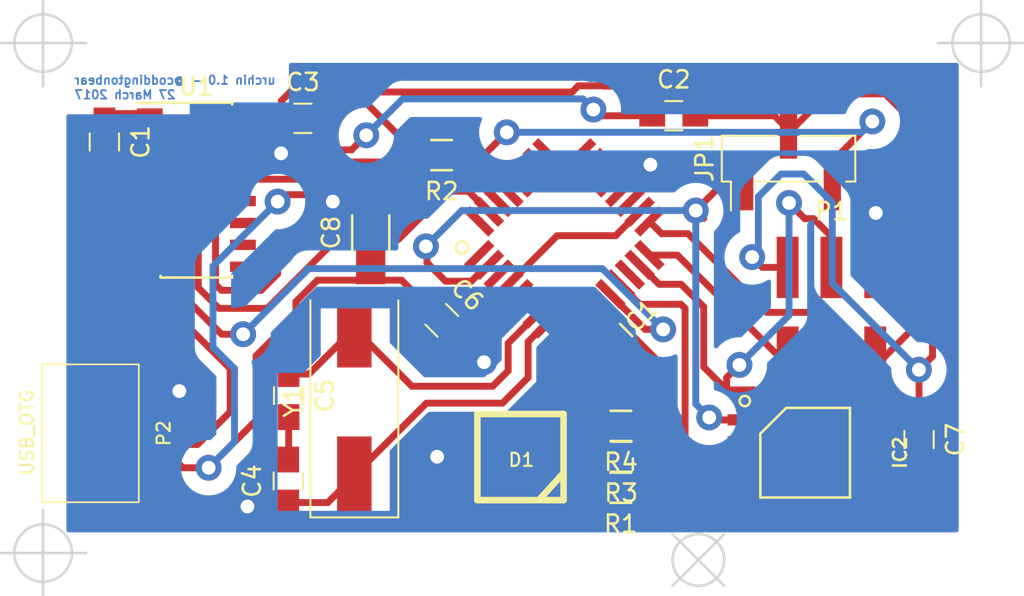
<source format=kicad_pcb>
(kicad_pcb (version 20221018) (generator pcbnew)
  (layers (0 "F.Cu" signal) (31 "B.Cu" signal) (34 "B.Paste" user) (35 "F.Paste" user) (36 "B.SilkS" user "B.Silkscreen") (37 "F.SilkS" user "F.Silkscreen") (38 "B.Mask" user) (39 "F.Mask" user) (44 "Edge.Cuts" user))
  (net 0 "")
  (net 1 "+5V")
  (net 2 "GND")
  (net 3 "Net-(IC1-Pad14)")
  (net 4 "Net-(C2-Pad1)")
  (net 5 "Net-(IC1-Pad32)")
  (net 6 "Net-(IC1-Pad28)")
  (net 7 "Net-(IC1-Pad27)")
  (net 8 "Net-(IC1-Pad26)")
  (net 9 "Net-(IC1-Pad25)")
  (net 10 "Net-(IC1-Pad24)")
  (net 11 "Net-(IC1-Pad23)")
  (net 12 "Net-(IC1-Pad22)")
  (net 13 "Net-(IC1-Pad19)")
  (net 14 "Net-(IC1-Pad9)")
  (net 15 "Net-(IC1-Pad1)")
  (net 16 "MISO")
  (net 17 "SCK")
  (net 18 "RST")
  (net 19 "MOSI")
  (net 20 "Net-(P2-Pad2)")
  (net 21 "Net-(P2-Pad3)")
  (net 22 "Net-(P2-Pad4)")
  (net 23 "RST-PROG")
  (net 24 "Net-(IC1-Pad3)")
  (net 25 "Net-(IC1-Pad6)")
  (net 26 "Net-(C5-Pad1)")
  (net 27 "Net-(C4-Pad1)")
  (net 28 "LED-ERR")
  (net 29 "LED-PMODE")
  (net 30 "CLKOUT")
  (net 31 "LED-HB")
  (net 32 "Net-(IC1-Pad20)")
  (net 33 "RST-MC")
  (net 34 "RXD")
  (net 35 "TXD")
  (net 36 "Net-(D1-Pad5)")
  (net 37 "Net-(D1-Pad6)")
  (net 38 "Net-(D1-Pad4)")
  (net 39 "Net-(IC2-Pad2)")
  (net 40 "Net-(IC2-Pad3)")
  (net 41 "Net-(C1-Pad2)")
  (net 42 "Net-(U1-Pad15)")
  (net 43 "Net-(U1-Pad14)")
  (net 44 "Net-(U1-Pad12)")
  (net 45 "Net-(U1-Pad11)")
  (net 46 "Net-(U1-Pad10)")
  (net 47 "Net-(U1-Pad9)")
  (net 48 "Net-(U1-Pad8)")
  (footprint "urchin:MICRO-B_USB-INVERTED" (layer "F.Cu") (at 110.55 108.85 -90)
    (fp_text reference "P2" (at 0 -5.842 270) (layer "F.SilkS") (effects (font (size 0.762 0.762) (thickness 0.127))))
    (fp_text value "USB_OTG" (at -0.05 2.09 270) (layer "F.SilkS") (effects (font (size 0.762 0.762) (thickness 0.127))))
    (fp_line (start -4.0005 -4.39928) (end 4.0005 -4.39928) (stroke (width 0.09906)) (layer "F.SilkS"))
    (fp_line (start -4.0005 1.00076) (end -4.0005 -4.39928) (stroke (width 0.09906)) (layer "F.SilkS"))
    (fp_line (start -4.0005 1.00076) (end -4.0005 1.19888) (stroke (width 0.09906)) (layer "F.SilkS"))
    (fp_line (start 4.0005 -4.39928) (end 4.0005 1.00076) (stroke (width 0.09906)) (layer "F.SilkS"))
    (fp_line (start 4.0005 1.00076) (end 4.0005 1.19888) (stroke (width 0.09906)) (layer "F.SilkS"))
    (fp_line (start 4.0005 1.19888) (end -4.0005 1.19888) (stroke (width 0.09906)) (layer "F.SilkS"))
    (pad "" smd rect (at -3.79984 -1.4478 270) (size 2 1.89738) (layers "F.Cu" "F.Paste" "F.Mask"))
    (pad "" smd rect (at -3.556 -3.99796 270) (size 2.5 1.59766) (layers "F.Cu" "F.Paste" "F.Mask"))
    (pad "" smd rect (at -1.19888 -1.4478 270) (size 1.89738 1.89738) (layers "F.Cu" "F.Paste" "F.Mask"))
    (pad "" smd rect (at 1.19888 -1.4478 270) (size 1.89992 1.89738) (layers "F.Cu" "F.Paste" "F.Mask"))
    (pad "" smd rect (at 3.81 -3.99796 270) (size 2.5 1.59766) (layers "F.Cu" "F.Paste" "F.Mask"))
    (pad "" smd rect (at 4.064 -1.4478 270) (size 2 1.89738) (layers "F.Cu" "F.Paste" "F.Mask"))
    (pad "1" smd rect (at 1.29794 -4.12496 270) (size 0.39878 1.3462) (layers "F.Cu" "F.Paste" "F.Mask") (net 1 "+5V") (clearance 0.2032))
    (pad "2" smd rect (at 0.6477 -4.12496 270) (size 0.39878 1.3462) (layers "F.Cu" "F.Paste" "F.Mask") (net 20 "Net-(P2-Pad2)") (clearance 0.2032))
    (pad "3" smd rect (at 0 -4.12496 270) (size 0.39878 1.3462) (layers "F.Cu" "F.Paste" "F.Mask") (net 21 "Net-(P2-Pad3)") (clearance 0.2032))
    (pad "4" smd rect (at -0.6477 -4.12496 270) (size 0.39878 1.3462) (layers "F.Cu" "F.Paste" "F.Mask") (net 22 "Net-(P2-Pad4)") (clearance 0.2032))
    (pad "5" smd rect (at -1.29794 -4.12496 270) (size 0.39878 1.3462) (layers "F.Cu" "F.Paste" "F.Mask") (net 2 "GND") (clearance 0.2032))
  )
  (footprint "cbrues/kicad-lib2/footprints/sm-ics.pretty:SM-SOIC-8-208MIL" (layer "F.Cu") (at 153.594 109.976)
    (fp_text reference "IC2" (at 5.5 0 90) (layer "F.SilkS") (effects (font (size 0.762 0.762) (thickness 0.1524))))
    (fp_text value "ATTINY85-S" hide)
    (fp_line (start -2.6 -1.1) (end -2.6 2.6) (stroke (width 0.15)) (layer "F.SilkS"))
    (fp_line (start -2.6 -1.1) (end -1.1 -2.6) (stroke (width 0.15)) (layer "F.SilkS"))
    (fp_line (start -2.6 2.6) (end 2.6 2.6) (stroke (width 0.15)) (layer "F.SilkS"))
    (fp_line (start 2.6 -2.6) (end -1.1 -2.6) (stroke (width 0.15)) (layer "F.SilkS"))
    (fp_line (start 2.6 2.6) (end 2.6 -2.6) (stroke (width 0.15)) (layer "F.SilkS"))
    (fp_circle (center -3.5 -3) (end -3.2 -3) (stroke (width 0.15)) (fill none) (layer "F.SilkS"))
    (pad "1" smd rect (at -3.65 -1.905) (size 1.7 0.65) (layers "F.Cu" "F.Paste" "F.Mask") (net 23 "RST-PROG"))
    (pad "2" smd rect (at -3.65 -0.635) (size 1.7 0.65) (layers "F.Cu" "F.Paste" "F.Mask") (net 39 "Net-(IC2-Pad2)"))
    (pad "3" smd rect (at -3.65 0.635) (size 1.7 0.65) (layers "F.Cu" "F.Paste" "F.Mask") (net 40 "Net-(IC2-Pad3)"))
    (pad "4" smd rect (at -3.65 1.905) (size 1.7 0.65) (layers "F.Cu" "F.Paste" "F.Mask") (net 2 "GND"))
    (pad "5" smd rect (at 3.65 1.905) (size 1.7 0.65) (layers "F.Cu" "F.Paste" "F.Mask") (net 19 "MOSI"))
    (pad "6" smd rect (at 3.65 0.635) (size 1.7 0.65) (layers "F.Cu" "F.Paste" "F.Mask") (net 16 "MISO"))
    (pad "7" smd rect (at 3.65 -0.635) (size 1.7 0.65) (layers "F.Cu" "F.Paste" "F.Mask") (net 17 "SCK"))
    (pad "8" smd rect (at 3.65 -1.905) (size 1.7 0.65) (layers "F.Cu" "F.Paste" "F.Mask") (net 1 "+5V"))
  )
  (footprint "Resistors_SMD:R_0805_HandSoldering" (layer "F.Cu") (at 142.91 108.42 180)
    (fp_text reference "R4" (at 0 -2.1 180) (layer "F.SilkS"))
    (fp_text value "R_Small")
    (fp_line (start -0.6 -0.875) (end 0.6 -0.875) (stroke (width 0.15)) (layer "F.SilkS"))
    (fp_line (start 0.6 0.875) (end -0.6 0.875) (stroke (width 0.15)) (layer "F.SilkS"))
    (pad "1" smd rect (at -1.35 0 180) (size 1.5 1.3) (layers "F.Cu" "F.Paste" "F.Mask") (net 31 "LED-HB"))
    (pad "2" smd rect (at 1.35 0 180) (size 1.5 1.3) (layers "F.Cu" "F.Paste" "F.Mask") (net 38 "Net-(D1-Pad4)"))
  )
  (footprint "KiCad/Pin_Headers.pretty:Pin_Header_Straight_1x03_Pitch2.54mm_SMD_Pin1Left" (layer "F.Cu") (at 152.63 92.91 90)
    (fp_text reference "JP1" (at 0 -4.87 90) (layer "F.SilkS"))
    (fp_text value "Jumper_NC_Dual")
    (fp_line (start -1.33 -3.87) (end 1.33 -3.87) (stroke (width 0.12)) (layer "F.SilkS"))
    (fp_line (start -1.33 -3.34) (end -3 -3.34) (stroke (width 0.12)) (layer "F.SilkS"))
    (fp_line (start -1.33 -3.34) (end -1.33 -3.87) (stroke (width 0.12)) (layer "F.SilkS"))
    (fp_line (start -1.33 -1.86) (end -1.33 1.86) (stroke (width 0.12)) (layer "F.SilkS"))
    (fp_line (start -1.33 3.34) (end -1.33 3.87) (stroke (width 0.12)) (layer "F.SilkS"))
    (fp_line (start -1.33 3.87) (end 1.33 3.87) (stroke (width 0.12)) (layer "F.SilkS"))
    (fp_line (start 1.33 -3.87) (end 1.33 -3.34) (stroke (width 0.12)) (layer "F.SilkS"))
    (fp_line (start 1.33 -3.87) (end 1.33 -0.68) (stroke (width 0.12)) (layer "F.SilkS"))
    (fp_line (start 1.33 0.68) (end 1.33 3.87) (stroke (width 0.12)) (layer "F.SilkS"))
    (fp_line (start 1.33 3.87) (end 1.33 3.34) (stroke (width 0.12)) (layer "F.SilkS"))
    (pad "1" smd rect (at -1.5 -2.54 90) (size 3 1) (layers "F.Cu" "F.Mask") (net 23 "RST-PROG"))
    (pad "2" smd rect (at 1.5 0 90) (size 3 1) (layers "F.Cu" "F.Mask") (net 18 "RST"))
    (pad "3" smd rect (at -1.5 2.54 90) (size 3 1) (layers "F.Cu" "F.Mask") (net 33 "RST-MC"))
  )
  (footprint "urchin:SMD_PIN_HEADER_02x03" (layer "F.Cu") (at 155.118 102.61 180)
    (fp_text reference "P1" (at -0.01 6.64 180) (layer "F.SilkS"))
    (fp_text value "CONN_02X03")
    (pad "1" smd rect (at 2.54 -1.82 180) (size 1.27 3.56) (layers "F.Cu" "F.Paste" "F.Mask") (net 16 "MISO"))
    (pad "2" smd rect (at 2.54 3.39 180) (size 1.27 3.56) (layers "F.Cu" "F.Paste" "F.Mask") (net 1 "+5V"))
    (pad "3" smd rect (at 0 -1.82 180) (size 1.27 3.56) (layers "F.Cu" "F.Paste" "F.Mask") (net 17 "SCK"))
    (pad "4" smd rect (at 0 3.39 180) (size 1.27 3.56) (layers "F.Cu" "F.Paste" "F.Mask") (net 19 "MOSI"))
    (pad "5" smd rect (at -2.54 -1.82 180) (size 1.27 3.56) (layers "F.Cu" "F.Paste" "F.Mask") (net 18 "RST"))
    (pad "6" smd rect (at -2.54 3.39 180) (size 1.27 3.56) (layers "F.Cu" "F.Paste" "F.Mask") (net 2 "GND"))
  )
  (footprint "sherifeid/RoboLib.pretty:TQFP32_ATMEGA328P" (layer "F.Cu") (at 139.624 97.53 45)
    (fp_text reference "IC1" (at -0.254 6.35 45) (layer "F.SilkS"))
    (fp_text value "ATMEGA328PB-A")
    (fp_circle (center -4.572 -3.81) (end -4.826 -4.064) (stroke (width 0.15)) (fill none) (layer "F.SilkS"))
    (pad "1" smd rect (at -4.18 -2.8 45) (size 2 0.5) (layers "F.Cu" "F.Paste" "F.Mask") (net 15 "Net-(IC1-Pad1)"))
    (pad "2" smd rect (at -4.18 -2 45) (size 2 0.5) (layers "F.Cu" "F.Paste" "F.Mask") (net 23 "RST-PROG"))
    (pad "3" smd rect (at -4.18 -1.2 45) (size 2 0.5) (layers "F.Cu" "F.Paste" "F.Mask") (net 24 "Net-(IC1-Pad3)"))
    (pad "4" smd rect (at -4.18 -0.4 45) (size 2 0.5) (layers "F.Cu" "F.Paste" "F.Mask") (net 1 "+5V"))
    (pad "5" smd rect (at -4.18 0.4 45) (size 2 0.5) (layers "F.Cu" "F.Paste" "F.Mask") (net 2 "GND"))
    (pad "6" smd rect (at -4.18 1.2 45) (size 2 0.5) (layers "F.Cu" "F.Paste" "F.Mask") (net 25 "Net-(IC1-Pad6)"))
    (pad "7" smd rect (at -4.18 2 45) (size 2 0.5) (layers "F.Cu" "F.Paste" "F.Mask") (net 26 "Net-(C5-Pad1)"))
    (pad "8" smd rect (at -4.18 2.8 45) (size 2 0.5) (layers "F.Cu" "F.Paste" "F.Mask") (net 27 "Net-(C4-Pad1)"))
    (pad "9" smd rect (at -2.8 4.18 45) (size 0.5 2) (layers "F.Cu" "F.Paste" "F.Mask") (net 14 "Net-(IC1-Pad9)"))
    (pad "10" smd rect (at -2 4.17 45) (size 0.5 2) (layers "F.Cu" "F.Paste" "F.Mask") (net 31 "LED-HB"))
    (pad "11" smd rect (at -1.2 4.18 45) (size 0.5 2) (layers "F.Cu" "F.Paste" "F.Mask") (net 29 "LED-PMODE"))
    (pad "12" smd rect (at -0.4 4.18 45) (size 0.5 2) (layers "F.Cu" "F.Paste" "F.Mask") (net 30 "CLKOUT"))
    (pad "13" smd rect (at 0.4 4.18 45) (size 0.5 2) (layers "F.Cu" "F.Paste" "F.Mask") (net 28 "LED-ERR"))
    (pad "14" smd rect (at 1.2 4.18 45) (size 0.5 2) (layers "F.Cu" "F.Paste" "F.Mask") (net 3 "Net-(IC1-Pad14)"))
    (pad "15" smd rect (at 2 4.18 45) (size 0.5 2) (layers "F.Cu" "F.Paste" "F.Mask") (net 19 "MOSI"))
    (pad "16" smd rect (at 2.8 4.18 45) (size 0.5 2) (layers "F.Cu" "F.Paste" "F.Mask") (net 16 "MISO"))
    (pad "17" smd rect (at 4.18 2.8 45) (size 2 0.5) (layers "F.Cu" "F.Paste" "F.Mask") (net 17 "SCK"))
    (pad "18" smd rect (at 4.18 2 45) (size 2 0.5) (layers "F.Cu" "F.Paste" "F.Mask") (net 1 "+5V"))
    (pad "19" smd rect (at 4.18 1.2 45) (size 2 0.5) (layers "F.Cu" "F.Paste" "F.Mask") (net 13 "Net-(IC1-Pad19)"))
    (pad "20" smd rect (at 4.18 0.4 45) (size 2 0.5) (layers "F.Cu" "F.Paste" "F.Mask") (net 32 "Net-(IC1-Pad20)"))
    (pad "21" smd rect (at 4.18 -0.4 45) (size 2 0.5) (layers "F.Cu" "F.Paste" "F.Mask") (net 2 "GND"))
    (pad "22" smd rect (at 4.18 -1.2 45) (size 2 0.5) (layers "F.Cu" "F.Paste" "F.Mask") (net 12 "Net-(IC1-Pad22)"))
    (pad "23" smd rect (at 4.18 -2 45) (size 2 0.5) (layers "F.Cu" "F.Paste" "F.Mask") (net 11 "Net-(IC1-Pad23)"))
    (pad "24" smd rect (at 4.18 -2.8 45) (size 2 0.5) (layers "F.Cu" "F.Paste" "F.Mask") (net 10 "Net-(IC1-Pad24)"))
    (pad "25" smd rect (at 2.8 -4.18 45) (size 0.5 2) (layers "F.Cu" "F.Paste" "F.Mask") (net 9 "Net-(IC1-Pad25)"))
    (pad "26" smd rect (at 2 -4.18 45) (size 0.5 2) (layers "F.Cu" "F.Paste" "F.Mask") (net 8 "Net-(IC1-Pad26)"))
    (pad "27" smd rect (at 1.2 -4.18 45) (size 0.5 2) (layers "F.Cu" "F.Paste" "F.Mask") (net 7 "Net-(IC1-Pad27)"))
    (pad "28" smd rect (at 0.4 -4.18 45) (size 0.5 2) (layers "F.Cu" "F.Paste" "F.Mask") (net 6 "Net-(IC1-Pad28)"))
    (pad "29" smd rect (at -0.4 -4.18 45) (size 0.5 2) (layers "F.Cu" "F.Paste" "F.Mask") (net 33 "RST-MC"))
    (pad "30" smd rect (at -1.2 -4.18 45) (size 0.5 2) (layers "F.Cu" "F.Paste" "F.Mask") (net 34 "RXD"))
    (pad "31" smd rect (at -2 -4.18 45) (size 0.5 2) (layers "F.Cu" "F.Paste" "F.Mask") (net 35 "TXD"))
    (pad "32" smd rect (at -2.8 -4.18 45) (size 0.5 2) (layers "F.Cu" "F.Paste" "F.Mask") (net 5 "Net-(IC1-Pad32)"))
  )
  (footprint "Resistors_SMD:R_0805_HandSoldering" (layer "F.Cu") (at 142.9 112.01 180)
    (fp_text reference "R1" (at 0 -2.1 180) (layer "F.SilkS"))
    (fp_text value "R_Small")
    (fp_line (start -0.6 -0.875) (end 0.6 -0.875) (stroke (width 0.15)) (layer "F.SilkS"))
    (fp_line (start 0.6 0.875) (end -0.6 0.875) (stroke (width 0.15)) (layer "F.SilkS"))
    (pad "1" smd rect (at -1.35 0 180) (size 1.5 1.3) (layers "F.Cu" "F.Paste" "F.Mask") (net 28 "LED-ERR"))
    (pad "2" smd rect (at 1.35 0 180) (size 1.5 1.3) (layers "F.Cu" "F.Paste" "F.Mask") (net 37 "Net-(D1-Pad6)"))
  )
  (footprint "Resistors_SMD:R_0805_HandSoldering" (layer "F.Cu") (at 132.512 92.704 180)
    (fp_text reference "R2" (at 0 -2.1 180) (layer "F.SilkS"))
    (fp_text value "10k")
    (fp_line (start -0.6 -0.875) (end 0.6 -0.875) (stroke (width 0.15)) (layer "F.SilkS"))
    (fp_line (start 0.6 0.875) (end -0.6 0.875) (stroke (width 0.15)) (layer "F.SilkS"))
    (pad "1" smd rect (at -1.35 0 180) (size 1.5 1.3) (layers "F.Cu" "F.Paste" "F.Mask") (net 33 "RST-MC"))
    (pad "2" smd rect (at 1.35 0 180) (size 1.5 1.3) (layers "F.Cu" "F.Paste" "F.Mask") (net 1 "+5V"))
  )
  (footprint "Resistors_SMD:R_0805_HandSoldering" (layer "F.Cu") (at 142.922 110.21 180)
    (fp_text reference "R3" (at 0 -2.1 180) (layer "F.SilkS"))
    (fp_text value "R_Small")
    (fp_line (start -0.6 -0.875) (end 0.6 -0.875) (stroke (width 0.15)) (layer "F.SilkS"))
    (fp_line (start 0.6 0.875) (end -0.6 0.875) (stroke (width 0.15)) (layer "F.SilkS"))
    (pad "1" smd rect (at -1.35 0 180) (size 1.5 1.3) (layers "F.Cu" "F.Paste" "F.Mask") (net 29 "LED-PMODE"))
    (pad "2" smd rect (at 1.35 0 180) (size 1.5 1.3) (layers "F.Cu" "F.Paste" "F.Mask") (net 36 "Net-(D1-Pad5)"))
  )
  (footprint "KiCad/Capacitors_SMD.pretty:C_0805_HandSoldering" (layer "F.Cu") (at 112.954 91.942 -90)
    (fp_text reference "C1" (at 0 -2.1 270) (layer "F.SilkS"))
    (fp_text value "0.1u")
    (fp_line (start -0.5 0.85) (end 0.5 0.85) (stroke (width 0.12)) (layer "F.SilkS"))
    (fp_line (start 0.5 -0.85) (end -0.5 -0.85) (stroke (width 0.12)) (layer "F.SilkS"))
    (pad "1" smd rect (at -1.25 0 270) (size 1.5 1.25) (layers "F.Cu" "F.Paste" "F.Mask") (net 2 "GND"))
    (pad "2" smd rect (at 1.25 0 270) (size 1.5 1.25) (layers "F.Cu" "F.Paste" "F.Mask") (net 41 "Net-(C1-Pad2)"))
  )
  (footprint "KiCad/Capacitors_SMD.pretty:C_0805_HandSoldering" (layer "F.Cu") (at 145.974 90.418)
    (fp_text reference "C2" (at 0 -2.1) (layer "F.SilkS"))
    (fp_text value "0.1u")
    (fp_line (start -0.5 0.85) (end 0.5 0.85) (stroke (width 0.12)) (layer "F.SilkS"))
    (fp_line (start 0.5 -0.85) (end -0.5 -0.85) (stroke (width 0.12)) (layer "F.SilkS"))
    (pad "1" smd rect (at -1.25 0) (size 1.5 1.25) (layers "F.Cu" "F.Paste" "F.Mask") (net 4 "Net-(C2-Pad1)"))
    (pad "2" smd rect (at 1.25 0) (size 1.5 1.25) (layers "F.Cu" "F.Paste" "F.Mask") (net 18 "RST"))
  )
  (footprint "KiCad/Capacitors_SMD.pretty:C_0805_HandSoldering" (layer "F.Cu") (at 124.47 90.57)
    (fp_text reference "C3" (at 0 -2.1) (layer "F.SilkS"))
    (fp_text value "0.1u")
    (fp_line (start -0.5 0.85) (end 0.5 0.85) (stroke (width 0.12)) (layer "F.SilkS"))
    (fp_line (start 0.5 -0.85) (end -0.5 -0.85) (stroke (width 0.12)) (layer "F.SilkS"))
    (pad "1" smd rect (at -1.25 0) (size 1.5 1.25) (layers "F.Cu" "F.Paste" "F.Mask") (net 1 "+5V"))
    (pad "2" smd rect (at 1.25 0) (size 1.5 1.25) (layers "F.Cu" "F.Paste" "F.Mask") (net 2 "GND"))
  )
  (footprint "KiCad/Capacitors_SMD.pretty:C_0805_HandSoldering" (layer "F.Cu") (at 123.62 111.62 90)
    (fp_text reference "C4" (at 0 -2.1 90) (layer "F.SilkS"))
    (fp_text value "22p")
    (fp_line (start -0.5 0.85) (end 0.5 0.85) (stroke (width 0.12)) (layer "F.SilkS"))
    (fp_line (start 0.5 -0.85) (end -0.5 -0.85) (stroke (width 0.12)) (layer "F.SilkS"))
    (pad "1" smd rect (at -1.25 0 90) (size 1.5 1.25) (layers "F.Cu" "F.Paste" "F.Mask") (net 27 "Net-(C4-Pad1)"))
    (pad "2" smd rect (at 1.25 0 90) (size 1.5 1.25) (layers "F.Cu" "F.Paste" "F.Mask") (net 2 "GND"))
  )
  (footprint "KiCad/Capacitors_SMD.pretty:C_0805_HandSoldering" (layer "F.Cu") (at 123.64 106.66 -90)
    (fp_text reference "C5" (at 0 -2.1 270) (layer "F.SilkS"))
    (fp_text value "22p")
    (fp_line (start -0.5 0.85) (end 0.5 0.85) (stroke (width 0.12)) (layer "F.SilkS"))
    (fp_line (start 0.5 -0.85) (end -0.5 -0.85) (stroke (width 0.12)) (layer "F.SilkS"))
    (pad "1" smd rect (at -1.25 0 270) (size 1.5 1.25) (layers "F.Cu" "F.Paste" "F.Mask") (net 26 "Net-(C5-Pad1)"))
    (pad "2" smd rect (at 1.25 0 270) (size 1.5 1.25) (layers "F.Cu" "F.Paste" "F.Mask") (net 2 "GND"))
  )
  (footprint "KiCad/Capacitors_SMD.pretty:C_0805_HandSoldering" (layer "F.Cu") (at 132.52 102.29 -45)
    (fp_text reference "C6" (at 0 -2.1 315) (layer "F.SilkS"))
    (fp_text value "0.1u")
    (fp_line (start -0.5 0.85) (end 0.5 0.85) (stroke (width 0.12)) (layer "F.SilkS"))
    (fp_line (start 0.5 -0.85) (end -0.5 -0.85) (stroke (width 0.12)) (layer "F.SilkS"))
    (pad "1" smd rect (at -1.249999 0 315) (size 1.5 1.25) (layers "F.Cu" "F.Paste" "F.Mask") (net 1 "+5V"))
    (pad "2" smd rect (at 1.249999 0 315) (size 1.5 1.25) (layers "F.Cu" "F.Paste" "F.Mask") (net 2 "GND"))
  )
  (footprint "KiCad/Capacitors_SMD.pretty:C_0805_HandSoldering" (layer "F.Cu") (at 160.198 109.214 -90)
    (fp_text reference "C7" (at 0 -2.1 270) (layer "F.SilkS"))
    (fp_text value "0.1u")
    (fp_line (start -0.5 0.85) (end 0.5 0.85) (stroke (width 0.12)) (layer "F.SilkS"))
    (fp_line (start 0.5 -0.85) (end -0.5 -0.85) (stroke (width 0.12)) (layer "F.SilkS"))
    (pad "1" smd rect (at -1.25 0 270) (size 1.5 1.25) (layers "F.Cu" "F.Paste" "F.Mask") (net 1 "+5V"))
    (pad "2" smd rect (at 1.25 0 270) (size 1.5 1.25) (layers "F.Cu" "F.Paste" "F.Mask") (net 2 "GND"))
  )
  (footprint "Housings_SOIC:SOIC-16_3.9x9.9mm_Pitch1.27mm" (layer "F.Cu") (at 118.288 94.736)
    (fp_text reference "U1" (at 0 -6) (layer "F.SilkS"))
    (fp_text value "CH340G")
    (fp_line (start -2.075 -5.075) (end -2.075 -5.05) (stroke (width 0.15)) (layer "F.SilkS"))
    (fp_line (start -2.075 -5.075) (end 2.075 -5.075) (stroke (width 0.15)) (layer "F.SilkS"))
    (fp_line (start -2.075 -5.05) (end -3.45 -5.05) (stroke (width 0.15)) (layer "F.SilkS"))
    (fp_line (start -2.075 5.075) (end -2.075 4.97) (stroke (width 0.15)) (layer "F.SilkS"))
    (fp_line (start -2.075 5.075) (end 2.075 5.075) (stroke (width 0.15)) (layer "F.SilkS"))
    (fp_line (start 2.075 -5.075) (end 2.075 -4.97) (stroke (width 0.15)) (layer "F.SilkS"))
    (fp_line (start 2.075 5.075) (end 2.075 4.97) (stroke (width 0.15)) (layer "F.SilkS"))
    (pad "1" smd rect (at -2.7 -4.445) (size 1.5 0.6) (layers "F.Cu" "F.Paste" "F.Mask") (net 2 "GND"))
    (pad "2" smd rect (at -2.7 -3.175) (size 1.5 0.6) (layers "F.Cu" "F.Paste" "F.Mask") (net 34 "RXD"))
    (pad "3" smd rect (at -2.7 -1.905) (size 1.5 0.6) (layers "F.Cu" "F.Paste" "F.Mask") (net 35 "TXD"))
    (pad "4" smd rect (at -2.7 -0.635) (size 1.5 0.6) (layers "F.Cu" "F.Paste" "F.Mask") (net 41 "Net-(C1-Pad2)"))
    (pad "5" smd rect (at -2.7 0.635) (size 1.5 0.6) (layers "F.Cu" "F.Paste" "F.Mask") (net 21 "Net-(P2-Pad3)"))
    (pad "6" smd rect (at -2.7 1.905) (size 1.5 0.6) (layers "F.Cu" "F.Paste" "F.Mask") (net 20 "Net-(P2-Pad2)"))
    (pad "7" smd rect (at -2.7 3.175) (size 1.5 0.6) (layers "F.Cu" "F.Paste" "F.Mask") (net 30 "CLKOUT"))
    (pad "8" smd rect (at -2.7 4.445) (size 1.5 0.6) (layers "F.Cu" "F.Paste" "F.Mask") (net 48 "Net-(U1-Pad8)"))
    (pad "9" smd rect (at 2.7 4.445) (size 1.5 0.6) (layers "F.Cu" "F.Paste" "F.Mask") (net 47 "Net-(U1-Pad9)"))
    (pad "10" smd rect (at 2.7 3.175) (size 1.5 0.6) (layers "F.Cu" "F.Paste" "F.Mask") (net 46 "Net-(U1-Pad10)"))
    (pad "11" smd rect (at 2.7 1.905) (size 1.5 0.6) (layers "F.Cu" "F.Paste" "F.Mask") (net 45 "Net-(U1-Pad11)"))
    (pad "12" smd rect (at 2.7 0.635) (size 1.5 0.6) (layers "F.Cu" "F.Paste" "F.Mask") (net 44 "Net-(U1-Pad12)"))
    (pad "13" smd rect (at 2.7 -0.635) (size 1.5 0.6) (layers "F.Cu" "F.Paste" "F.Mask") (net 4 "Net-(C2-Pad1)"))
    (pad "14" smd rect (at 2.7 -1.905) (size 1.5 0.6) (layers "F.Cu" "F.Paste" "F.Mask") (net 43 "Net-(U1-Pad14)"))
    (pad "15" smd rect (at 2.7 -3.175) (size 1.5 0.6) (layers "F.Cu" "F.Paste" "F.Mask") (net 42 "Net-(U1-Pad15)"))
    (pad "16" smd rect (at 2.7 -4.445) (size 1.5 0.6) (layers "F.Cu" "F.Paste" "F.Mask") (net 1 "+5V"))
  )
  (footprint "Crystals:Crystal_SMD_HC49-SD" (layer "F.Cu") (at 127.45 107.03 90)
    (fp_text reference "Y1" (at 0 -3.55 90) (layer "F.SilkS"))
    (fp_text value "12M")
    (fp_line (start -6.7 -2.55) (end -6.7 2.55) (stroke (width 0.12)) (layer "F.SilkS"))
    (fp_line (start -6.7 2.55) (end 5.9 2.55) (stroke (width 0.12)) (layer "F.SilkS"))
    (fp_line (start 5.9 -2.55) (end -6.7 -2.55) (stroke (width 0.12)) (layer "F.SilkS"))
    (pad "1" smd rect (at -4.25 0 90) (size 4.5 2) (layers "F.Cu" "F.Mask") (net 27 "Net-(C4-Pad1)"))
    (pad "2" smd rect (at 4.25 0 90) (size 4.5 2) (layers "F.Cu" "F.Mask") (net 26 "Net-(C5-Pad1)"))
  )
  (footprint "urchin:SLV6A-FKB" (layer "F.Cu") (at 137.084 110.23)
    (fp_text reference "D1" (at 0.05334 0.16256) (layer "F.SilkS") (effects (font (size 0.762 0.762) (thickness 0.127))))
    (fp_text value "LED_RGB" hide)
    (fp_line (start -2.49936 -2.49936) (end 2.49936 -2.49936) (stroke (width 0.381)) (layer "F.SilkS"))
    (fp_line (start -2.49936 2.49936) (end -2.49936 -2.49936) (stroke (width 0.381)) (layer "F.SilkS"))
    (fp_line (start 1.143 2.413) (end 2.413 1.016) (stroke (width 0.381)) (layer "F.SilkS"))
    (fp_line (start 2.49936 -2.49936) (end 2.49936 2.49936) (stroke (width 0.381)) (layer "F.SilkS"))
    (fp_line (start 2.49936 2.49936) (end -2.49936 2.49936) (stroke (width 0.381)) (layer "F.SilkS"))
    (pad "1" smd rect (at -2.49936 1.6002 90) (size 0.89916 1.50114) (layers "F.Cu" "F.Paste" "F.Mask") (net 2 "GND"))
    (pad "2" smd rect (at -2.49936 0 90) (size 0.89916 1.50114) (layers "F.Cu" "F.Paste" "F.Mask") (net 2 "GND"))
    (pad "3" smd rect (at -2.49936 -1.6002 90) (size 0.89916 1.50114) (layers "F.Cu" "F.Paste" "F.Mask") (net 2 "GND"))
    (pad "4" smd rect (at 2.49936 -1.6002 90) (size 0.89916 1.50114) (layers "F.Cu" "F.Paste" "F.Mask") (net 38 "Net-(D1-Pad4)"))
    (pad "5" smd rect (at 2.49936 0 90) (size 0.89916 1.50114) (layers "F.Cu" "F.Paste" "F.Mask") (net 36 "Net-(D1-Pad5)"))
    (pad "6" smd rect (at 2.49936 1.6002 90) (size 0.89916 1.50114) (layers "F.Cu" "F.Paste" "F.Mask") (net 37 "Net-(D1-Pad6)"))
  )
  (footprint "apexelectrix/apex-smd-resistors.pretty:R_1206_HandSoldering" (layer "F.Cu") (at 128.4 97.2 90)
    (fp_text reference "C8" (at 0 -2.3 90) (layer "F.SilkS"))
    (fp_text value "100u")
    (fp_line (start -1 -1.075) (end 1 -1.075) (stroke (width 0.15)) (layer "F.SilkS"))
    (fp_line (start 1 1.075) (end -1 1.075) (stroke (width 0.15)) (layer "F.SilkS"))
    (pad "1" smd rect (at -2 0 90) (size 2 1.7) (layers "F.Cu" "F.Paste" "F.Mask") (net 1 "+5V"))
    (pad "2" smd rect (at 2 0 90) (size 2 1.7) (layers "F.Cu" "F.Paste" "F.Mask") (net 2 "GND"))
  )
  (gr_text "*" (at 152.15 108.65 90) (layer "F.Cu") (effects (font (size 1.5 1.5) (thickness 0.3)) (justify mirror)))
  (gr_text "27 March 2017" (at 114.15 89.2) (layer "B.Cu") (effects (font (size 0.5 0.5) (thickness 0.1)) (justify mirror)))
  (gr_text "urchin 1.0 — @coddingtonbear" (at 117.05 88.35) (layer "B.Cu") (effects (font (size 0.5 0.5) (thickness 0.1)) (justify mirror)))
  (target plus (at 109.4 86.2) (size 5) (width 0.15) (layer "Edge.Cuts"))
  (target plus (at 109.4 115.8) (size 5) (width 0.15) (layer "Edge.Cuts"))
  (target x (at 147.4 116.2) (size 3) (width 0.15) (layer "Edge.Cuts"))
  (target plus (at 163.8 86.2) (size 5) (width 0.15) (layer "Edge.Cuts"))
  (segment (start 136.377136 100.202864) (end 134.76 101.82) (width 0.4) (layer "F.Cu") (net 1))
  (segment (start 134.76 101.82) (end 133.94 101.82) (width 0.4) (layer "F.Cu") (net 1))
  (segment (start 133.94 101.82) (end 132.99 100.87) (width 0.4) (layer "F.Cu") (net 1))
  (segment (start 132.99 100.87) (end 132.172234 100.87) (width 0.4) (layer "F.Cu") (net 1))
  (segment (start 132.172234 100.87) (end 131.636117 101.406117) (width 0.4) (layer "F.Cu") (net 1))
  (segment (start 122.941 90.291) (end 123.22 90.57) (width 0.4) (layer "F.Cu") (net 1))
  (segment (start 123.22 89.55) (end 123.73 89.04) (width 0.4) (layer "F.Cu") (net 1))
  (segment (start 123.73 89.04) (end 127.498 89.04) (width 0.4) (layer "F.Cu") (net 1))
  (segment (start 127.498 89.04) (end 131.162 92.704) (width 0.4) (layer "F.Cu") (net 1))
  (segment (start 124.06 102.09) (end 124.06 101.21) (width 0.4) (layer "F.Cu") (net 1))
  (segment (start 124.06 101.21) (end 125.31 99.96) (width 0.4) (layer "F.Cu") (net 1))
  (segment (start 125.31 99.96) (end 128.65 99.96) (width 0.4) (layer "F.Cu") (net 1))
  (segment (start 130.19 99.96) (end 131.636117 101.406117) (width 0.4) (layer "F.Cu") (net 1))
  (segment (start 128.65 99.96) (end 130.19 99.96) (width 0.4) (layer "F.Cu") (net 1))
  (segment (start 127.95 93.1) (end 130.766 93.1) (width 0.4) (layer "F.Cu") (net 1))
  (segment (start 130.766 93.1) (end 131.162 92.704) (width 0.4) (layer "F.Cu") (net 1))
  (segment (start 160.091 108.071) (end 160.198 107.964) (width 0.4) (layer "F.Cu") (net 1))
  (segment (start 136.387136 100.202864) (end 139.21 97.38) (width 0.4) (layer "F.Cu") (net 1))
  (segment (start 139.21 97.38) (end 142.602427 97.38) (width 0.4) (layer "F.Cu") (net 1))
  (segment (start 142.602427 97.38) (end 143.99392 95.988507) (width 0.4) (layer "F.Cu") (net 1))
  (segment (start 140.08 89.04) (end 140.44 88.68) (width 0.4) (layer "F.Cu") (net 1))
  (segment (start 140.44 88.68) (end 141.9 88.68) (width 0.4) (layer "F.Cu") (net 1))
  (segment (start 141.9 88.68) (end 141.92 88.7) (width 0.4) (layer "F.Cu") (net 1))
  (segment (start 141.92 88.7) (end 153.25 88.7) (width 0.4) (layer "F.Cu") (net 1))
  (segment (start 153.25 88.7) (end 153.69 88.26) (width 0.4) (layer "F.Cu") (net 1))
  (segment (start 153.69 88.26) (end 158.74 88.26) (width 0.4) (layer "F.Cu") (net 1))
  (segment (start 158.74 88.26) (end 160.98 90.5) (width 0.4) (layer "F.Cu") (net 1))
  (segment (start 160.98 90.5) (end 160.98 104.38) (width 0.4) (layer "F.Cu") (net 1))
  (segment (start 160.98 104.38) (end 160.198 105.162) (width 0.4) (layer "F.Cu") (net 1))
  (segment (start 160.198 105.162) (end 160.198 107.964) (width 0.4) (layer "F.Cu") (net 1))
  (segment (start 151.12 99.22) (end 150.52 98.62) (width 0.4) (layer "F.Cu") (net 1))
  (segment (start 160.19 105.16) (end 160.192 105.162) (width 0.4) (layer "F.Cu") (net 1))
  (segment (start 160.192 105.162) (end 160.198 105.162) (width 0.4) (layer "F.Cu") (net 1))
  (segment (start 119 110.85) (end 121.75 108.1) (width 0.4) (layer "F.Cu") (net 1))
  (segment (start 121.75 108.1) (end 121.75 104.35) (width 0.4) (layer "F.Cu") (net 1))
  (segment (start 121.75 104.35) (end 124.06 102.04) (width 0.4) (layer "F.Cu") (net 1))
  (segment (start 124.06 102.04) (end 124.06 102.09) (width 0.4) (layer "F.Cu") (net 1))
  (segment (start 116.79794 110.14794) (end 117.5 110.85) (width 0.4) (layer "F.Cu") (net 1))
  (segment (start 117.5 110.85) (end 119 110.85) (width 0.4) (layer "F.Cu") (net 1))
  (segment (start 123 95.4) (end 123.4 95) (width 0.4) (layer "F.Cu") (net 1))
  (segment (start 123.4 95) (end 124.8 95) (width 0.4) (layer "F.Cu") (net 1))
  (segment (start 124.8 95) (end 126.7 93.1) (width 0.4) (layer "F.Cu") (net 1))
  (segment (start 126.7 93.1) (end 127.95 93.1) (width 0.4) (layer "F.Cu") (net 1))
  (segment (start 116.25 110.14794) (end 116.79794 110.14794) (width 0.4) (layer "F.Cu") (net 1))
  (segment (start 120.988 90.291) (end 122.941 90.291) (width 0.4) (layer "F.Cu") (net 1))
  (segment (start 116.25 110.14794) (end 114.67496 110.14794) (width 0.4) (layer "F.Cu") (net 1))
  (segment (start 136.385451 100.202864) (end 136.387136 100.202864) (width 0.4) (layer "F.Cu") (net 1))
  (segment (start 136.385451 100.202864) (end 136.377136 100.202864) (width 0.4) (layer "F.Cu") (net 1))
  (segment (start 127.498 89.04) (end 140.08 89.04) (width 0.4) (layer "F.Cu") (net 1))
  (segment (start 116.12496 110.14794) (end 116.25 110.14794) (width 0.4) (layer "F.Cu") (net 1))
  (segment (start 152.578 99.22) (end 151.12 99.22) (width 0.4) (layer "F.Cu") (net 1))
  (segment (start 157.244 108.071) (end 160.091 108.071) (width 0.4) (layer "F.Cu") (net 1))
  (segment (start 123.22 90.57) (end 123.22 89.55) (width 0.4) (layer "F.Cu") (net 1))
  (via (at 119 110.85) (size 1.5) (drill 0.8) (layers "F.Cu" "B.Cu") (net 1))
  (via (at 160.19 105.16) (size 1.5) (drill 0.8) (layers "F.Cu" "B.Cu") (net 1))
  (via (at 123 95.4) (size 1.5) (drill 0.8) (layers "F.Cu" "B.Cu") (net 1))
  (via (at 150.52 98.62) (size 1.5) (drill 0.8) (layers "F.Cu" "B.Cu") (net 1))
  (segment (start 150.52 98.62) (end 150.88 98.26) (width 0.4) (layer "B.Cu") (net 1))
  (segment (start 150.88 98.26) (end 150.88 95.12) (width 0.4) (layer "B.Cu") (net 1))
  (segment (start 150.88 95.12) (end 152.2 93.8) (width 0.4) (layer "B.Cu") (net 1))
  (segment (start 152.2 93.8) (end 153.51 93.8) (width 0.4) (layer "B.Cu") (net 1))
  (segment (start 153.51 93.8) (end 155.17 95.46) (width 0.4) (layer "B.Cu") (net 1))
  (segment (start 155.17 95.46) (end 155.17 100.14) (width 0.4) (layer "B.Cu") (net 1))
  (segment (start 155.17 100.14) (end 160.19 105.16) (width 0.4) (layer "B.Cu") (net 1))
  (segment (start 119 110.85) (end 120.5 109.35) (width 0.4) (layer "B.Cu") (net 1))
  (segment (start 120.5 109.35) (end 120.5 105.1) (width 0.4) (layer "B.Cu") (net 1))
  (segment (start 120.5 105.1) (end 119.25 103.85) (width 0.4) (layer "B.Cu") (net 1))
  (segment (start 119.25 103.85) (end 119.25 100.6) (width 0.4) (layer "B.Cu") (net 1))
  (segment (start 119.25 99.15) (end 123 95.4) (width 0.4) (layer "B.Cu") (net 1))
  (segment (start 119.25 100.6) (end 119.25 99.15) (width 0.4) (layer "B.Cu") (net 1))
  (segment (start 136.951136 100.768864) (end 134.546117 103.173883) (width 0.4) (layer "F.Cu") (net 2))
  (segment (start 134.546117 103.173883) (end 133.403883 103.173883) (width 0.4) (layer "F.Cu") (net 2))
  (segment (start 134.97 104.72) (end 133.423883 103.173883) (width 0.4) (layer "F.Cu") (net 2))
  (segment (start 132.27 110.23) (end 132.25 110.21) (width 0.4) (layer "F.Cu") (net 2))
  (segment (start 113.018 90.692) (end 113.419 90.291) (width 0.4) (layer "F.Cu") (net 2))
  (segment (start 123.64 110.35) (end 123.62 110.37) (width 0.4) (layer "F.Cu") (net 2))
  (segment (start 157.658 96.092) (end 157.69 96.06) (width 0.4) (layer "F.Cu") (net 2))
  (segment (start 142.318549 94.291451) (end 143.35 93.26) (width 0.4) (layer "F.Cu") (net 2))
  (segment (start 143.35 93.26) (end 144.62 93.26) (width 0.4) (layer "F.Cu") (net 2))
  (segment (start 122.23 110.37) (end 121.25 111.35) (width 0.4) (layer "F.Cu") (net 2))
  (segment (start 121.25 111.35) (end 121.25 113.1) (width 0.4) (layer "F.Cu") (net 2))
  (segment (start 125.72 91.48) (end 124.6 92.6) (width 0.4) (layer "F.Cu") (net 2))
  (segment (start 124.6 92.6) (end 123.2 92.6) (width 0.4) (layer "F.Cu") (net 2))
  (segment (start 126.4 95.2) (end 126.2 95.4) (width 0.4) (layer "F.Cu") (net 2))
  (segment (start 116.14794 107.55206) (end 117.3 106.4) (width 0.4) (layer "F.Cu") (net 2))
  (segment (start 113.355 90.291) (end 112.954 90.692) (width 0.4) (layer "F.Cu") (net 2))
  (segment (start 111.858 90.692) (end 111.35 91.2) (width 0.4) (layer "F.Cu") (net 2))
  (segment (start 111.35 91.2) (end 111.35 94.5) (width 0.4) (layer "F.Cu") (net 2))
  (segment (start 160.198 112.802) (end 159.45 113.55) (width 0.4) (layer "F.Cu") (net 2))
  (segment (start 159.45 113.55) (end 150.1 113.55) (width 0.4) (layer "F.Cu") (net 2))
  (segment (start 133.4 113.55) (end 132.25 112.4) (width 0.4) (layer "F.Cu") (net 2))
  (segment (start 132.25 112.4) (end 132.25 110.21) (width 0.4) (layer "F.Cu") (net 2))
  (segment (start 149.944 113.394) (end 150.1 113.55) (width 0.4) (layer "F.Cu") (net 2))
  (segment (start 150.1 113.55) (end 133.4 113.55) (width 0.4) (layer "F.Cu") (net 2))
  (segment (start 111.35 102.85) (end 112 103.5) (width 0.4) (layer "F.Cu") (net 2))
  (segment (start 112 103.5) (end 115.5 103.5) (width 0.4) (layer "F.Cu") (net 2))
  (segment (start 115.5 103.5) (end 117.3 105.3) (width 0.4) (layer "F.Cu") (net 2))
  (segment (start 117.3 105.3) (end 117.3 106.4) (width 0.4) (layer "F.Cu") (net 2))
  (segment (start 134.58464 111.8302) (end 134.58464 110.23) (width 0.4) (layer "F.Cu") (net 2))
  (segment (start 111.858 90.692) (end 112.954 90.692) (width 0.4) (layer "F.Cu") (net 2))
  (segment (start 125.72 90.57) (end 125.72 91.48) (width 0.4) (layer "F.Cu") (net 2))
  (segment (start 114.67496 107.55206) (end 116.14794 107.55206) (width 0.4) (layer "F.Cu") (net 2))
  (segment (start 112.954 90.692) (end 113.018 90.692) (width 0.4) (layer "F.Cu") (net 2))
  (segment (start 157.658 99.22) (end 157.658 96.092) (width 0.4) (layer "F.Cu") (net 2))
  (segment (start 123.64 107.91) (end 123.64 110.35) (width 0.4) (layer "F.Cu") (net 2))
  (segment (start 111.35 94.5) (end 111.35 102.85) (width 0.4) (layer "F.Cu") (net 2))
  (segment (start 133.403883 103.173883) (end 133.423883 103.173883) (width 0.4) (layer "F.Cu") (net 2))
  (segment (start 115.588 90.291) (end 113.355 90.291) (width 0.4) (layer "F.Cu") (net 2))
  (segment (start 149.944 111.881) (end 149.944 113.394) (width 0.4) (layer "F.Cu") (net 2))
  (segment (start 142.296864 94.291451) (end 142.318549 94.291451) (width 0.4) (layer "F.Cu") (net 2))
  (segment (start 128.4 95.2) (end 126.4 95.2) (width 0.4) (layer "F.Cu") (net 2))
  (segment (start 115.588 90.291) (end 115.979 90.291) (width 0.4) (layer "F.Cu") (net 2))
  (segment (start 136.951136 100.768549) (end 136.951136 100.768864) (width 0.4) (layer "F.Cu") (net 2))
  (segment (start 132.27 110.23) (end 134.58464 110.23) (width 0.4) (layer "F.Cu") (net 2))
  (segment (start 123.62 110.37) (end 122.23 110.37) (width 0.4) (layer "F.Cu") (net 2))
  (segment (start 134.58464 110.23) (end 134.58464 108.6298) (width 0.4) (layer "F.Cu") (net 2))
  (segment (start 160.198 110.464) (end 160.198 112.802) (width 0.4) (layer "F.Cu") (net 2))
  (via (at 126.2 95.4) (size 1.5) (drill 0.8) (layers "F.Cu" "B.Cu") (net 2))
  (via (at 123.2 92.6) (size 1.5) (drill 0.8) (layers "F.Cu" "B.Cu") (net 2))
  (via (at 157.69 96.06) (size 1.5) (drill 0.8) (layers "F.Cu" "B.Cu") (net 2))
  (via (at 121.25 113.1) (size 1.5) (drill 0.8) (layers "F.Cu" "B.Cu") (net 2))
  (via (at 117.3 106.4) (size 1.5) (drill 0.8) (layers "F.Cu" "B.Cu") (net 2))
  (via (at 132.25 110.21) (size 1.5) (drill 0.8) (layers "F.Cu" "B.Cu") (net 2))
  (via (at 144.62 93.26) (size 1.5) (drill 0.8) (layers "F.Cu" "B.Cu") (net 2))
  (via (at 134.97 104.72) (size 1.5) (drill 0.8) (layers "F.Cu" "B.Cu") (net 2))
  (segment (start 142.628 90.418) (end 144.724 90.418) (width 0.4) (layer "F.Cu") (net 4))
  (segment (start 141.31 90.06) (end 141.668 90.418) (width 0.4) (layer "F.Cu") (net 4))
  (segment (start 141.668 90.418) (end 142.628 90.418) (width 0.4) (layer "F.Cu") (net 4))
  (segment (start 124.499 94.101) (end 126.2 92.4) (width 0.4) (layer "F.Cu") (net 4))
  (segment (start 126.2 92.4) (end 127.29 92.4) (width 0.4) (layer "F.Cu") (net 4))
  (segment (start 127.29 92.4) (end 128.14 91.55) (width 0.4) (layer "F.Cu") (net 4))
  (segment (start 120.988 94.101) (end 124.499 94.101) (width 0.4) (layer "F.Cu") (net 4))
  (via (at 128.14 91.55) (size 1.5) (drill 0.8) (layers "F.Cu" "B.Cu") (net 4))
  (via (at 141.31 90.06) (size 1.5) (drill 0.8) (layers "F.Cu" "B.Cu") (net 4))
  (segment (start 128.14 91.55) (end 130.25 89.44) (width 0.4) (layer "B.Cu") (net 4))
  (segment (start 140.7 89.44) (end 141.47 90.21) (width 0.4) (layer "B.Cu") (net 4))
  (segment (start 141.47 90.21) (end 141.46 90.21) (width 0.4) (layer "B.Cu") (net 4))
  (segment (start 141.46 90.21) (end 141.31 90.06) (width 0.4) (layer "B.Cu") (net 4))
  (segment (start 130.25 89.44) (end 140.7 89.44) (width 0.4) (layer "B.Cu") (net 4))
  (segment (start 146.185807 98.505807) (end 152.11 104.43) (width 0.4) (layer "F.Cu") (net 16))
  (segment (start 152.11 104.43) (end 152.578 104.43) (width 0.4) (layer "F.Cu") (net 16))
  (segment (start 156.361 110.611) (end 152.578 106.828) (width 0.4) (layer "F.Cu") (net 16))
  (segment (start 152.578 106.828) (end 152.578 104.43) (width 0.4) (layer "F.Cu") (net 16))
  (segment (start 157.244 110.611) (end 156.361 110.611) (width 0.4) (layer "F.Cu") (net 16))
  (segment (start 144.559605 98.505807) (end 146.185807 98.505807) (width 0.4) (layer "F.Cu") (net 16))
  (segment (start 156.341 109.341) (end 155.118 108.118) (width 0.4) (layer "F.Cu") (net 17))
  (segment (start 155.118 108.118) (end 155.118 104.43) (width 0.4) (layer "F.Cu") (net 17))
  (segment (start 155.118 102.928) (end 154.02 101.83) (width 0.4) (layer "F.Cu") (net 17))
  (segment (start 154.02 101.83) (end 151.37 101.83) (width 0.4) (layer "F.Cu") (net 17))
  (segment (start 151.37 101.83) (end 146.8 97.26) (width 0.4) (layer "F.Cu") (net 17))
  (segment (start 146.8 97.26) (end 145.265412 97.26) (width 0.4) (layer "F.Cu") (net 17))
  (segment (start 145.265412 97.26) (end 144.559605 96.554193) (width 0.4) (layer "F.Cu") (net 17))
  (segment (start 155.118 104.43) (end 155.118 102.928) (width 0.4) (layer "F.Cu") (net 17))
  (segment (start 157.244 109.341) (end 156.341 109.341) (width 0.4) (layer "F.Cu") (net 17))
  (segment (start 152.63 91.24) (end 151.808 90.418) (width 0.4) (layer "F.Cu") (net 18))
  (segment (start 151.808 90.418) (end 147.224 90.418) (width 0.4) (layer "F.Cu") (net 18))
  (segment (start 158.18 104.43) (end 160.06 102.55) (width 0.4) (layer "F.Cu") (net 18))
  (segment (start 160.06 102.55) (end 160.06 90.97) (width 0.4) (layer "F.Cu") (net 18))
  (segment (start 160.06 90.97) (end 158.24 89.15) (width 0.4) (layer "F.Cu") (net 18))
  (segment (start 158.24 89.15) (end 154.89 89.15) (width 0.4) (layer "F.Cu") (net 18))
  (segment (start 154.89 89.15) (end 152.63 91.41) (width 0.4) (layer "F.Cu") (net 18))
  (segment (start 157.658 104.43) (end 157.91 104.43) (width 0.4) (layer "F.Cu") (net 18))
  (segment (start 152.63 91.41) (end 152.63 91.24) (width 0.4) (layer "F.Cu") (net 18))
  (segment (start 157.658 104.43) (end 158.18 104.43) (width 0.4) (layer "F.Cu") (net 18))
  (segment (start 149.04 106.33) (end 150.57 106.33) (width 0.4) (layer "F.Cu") (net 19))
  (segment (start 149.04 106.33) (end 147.71 105) (width 0.4) (layer "F.Cu") (net 19))
  (segment (start 147.71 105) (end 147.71 101.51) (width 0.4) (layer "F.Cu") (net 19))
  (segment (start 147.71 101.51) (end 146.4 100.2) (width 0.4) (layer "F.Cu") (net 19))
  (segment (start 146.4 100.2) (end 145.122427 100.2) (width 0.4) (layer "F.Cu") (net 19))
  (segment (start 145.122427 100.2) (end 143.99392 99.071493) (width 0.4) (layer "F.Cu") (net 19))
  (segment (start 155.118 97.688) (end 155.118 99.22) (width 0.4) (layer "F.Cu") (net 19))
  (segment (start 149.04 105.62) (end 149.78 104.88) (width 0.4) (layer "F.Cu") (net 19))
  (segment (start 152.66 95.48) (end 153.57 96.39) (width 0.4) (layer "F.Cu") (net 19))
  (segment (start 153.57 96.39) (end 154.08 96.39) (width 0.4) (layer "F.Cu") (net 19))
  (segment (start 154.08 96.39) (end 155.118 97.428) (width 0.4) (layer "F.Cu") (net 19))
  (segment (start 155.118 97.428) (end 155.118 99.22) (width 0.4) (layer "F.Cu") (net 19))
  (segment (start 150.63 106.33) (end 156.181 111.881) (width 0.4) (layer "F.Cu") (net 19))
  (segment (start 156.181 111.881) (end 157.244 111.881) (width 0.4) (layer "F.Cu") (net 19))
  (segment (start 150.57 106.33) (end 150.63 106.33) (width 0.4) (layer "F.Cu") (net 19))
  (segment (start 149.04 106.33) (end 149.04 105.62) (width 0.4) (layer "F.Cu") (net 19))
  (segment (start 151.7 107.48) (end 151.7 107.46) (width 0.4) (layer "F.Cu") (net 19))
  (via (at 152.66 95.48) (size 1.5) (drill 0.8) (layers "F.Cu" "B.Cu") (net 19))
  (via (at 149.78 104.88) (size 1.5) (drill 0.8) (layers "F.Cu" "B.Cu") (net 19))
  (segment (start 149.78 104.88) (end 152.66 102) (width 0.4) (layer "B.Cu") (net 19))
  (segment (start 152.66 102) (end 152.66 95.48) (width 0.4) (layer "B.Cu") (net 19))
  (segment (start 113.25 97.35) (end 113.959 96.641) (width 0.4) (layer "F.Cu") (net 20))
  (segment (start 113.959 96.641) (end 115.588 96.641) (width 0.4) (layer "F.Cu") (net 20))
  (segment (start 118.3523 109.4977) (end 120.25 107.6) (width 0.4) (layer "F.Cu") (net 20))
  (segment (start 120.25 107.6) (end 120.25 105.1) (width 0.4) (layer "F.Cu") (net 20))
  (segment (start 120.25 105.1) (end 117 101.85) (width 0.4) (layer "F.Cu") (net 20))
  (segment (start 117 101.85) (end 114.5 101.85) (width 0.4) (layer "F.Cu") (net 20))
  (segment (start 114.5 101.85) (end 113.25 100.6) (width 0.4) (layer "F.Cu") (net 20))
  (segment (start 113.25 100.6) (end 113.25 97.35) (width 0.4) (layer "F.Cu") (net 20))
  (segment (start 116.15 109.4977) (end 118.3523 109.4977) (width 0.4) (layer "F.Cu") (net 20))
  (segment (start 116.15 109.4977) (end 114.67496 109.4977) (width 0.4) (layer "F.Cu") (net 20))
  (segment (start 116.12496 109.4977) (end 116.15 109.4977) (width 0.4) (layer "F.Cu") (net 20))
  (segment (start 114.139 95.371) (end 114.14 95.371) (width 0.4) (layer "F.Cu") (net 21))
  (segment (start 115.588 95.371) (end 114.14 95.371) (width 0.4) (layer "F.Cu") (net 21))
  (segment (start 113.479 95.371) (end 114.139 95.371) (width 0.4) (layer "F.Cu") (net 21))
  (segment (start 117 108.85) (end 117.75 108.1) (width 0.4) (layer "F.Cu") (net 21))
  (segment (start 117.75 108.1) (end 118.25 108.1) (width 0.4) (layer "F.Cu") (net 21))
  (segment (start 118.25 108.1) (end 119.25 107.1) (width 0.4) (layer "F.Cu") (net 21))
  (segment (start 119.25 107.1) (end 119.25 106.1) (width 0.4) (layer "F.Cu") (net 21))
  (segment (start 119.25 106.1) (end 117.75 104.6) (width 0.4) (layer "F.Cu") (net 21))
  (segment (start 117.75 104.6) (end 117.75 103.85) (width 0.4) (layer "F.Cu") (net 21))
  (segment (start 117.75 103.85) (end 116.75 102.85) (width 0.4) (layer "F.Cu") (net 21))
  (segment (start 117 108.85) (end 116.15 108.85) (width 0.4) (layer "F.Cu") (net 21))
  (segment (start 116.6 102.7) (end 113.35 102.7) (width 0.4) (layer "F.Cu") (net 21))
  (segment (start 113.35 102.7) (end 112.25 101.6) (width 0.4) (layer "F.Cu") (net 21))
  (segment (start 112.25 101.6) (end 112.25 96.6) (width 0.4) (layer "F.Cu") (net 21))
  (segment (start 112.25 96.6) (end 113.479 95.371) (width 0.4) (layer "F.Cu") (net 21))
  (segment (start 116.75 102.85) (end 116.6 102.7) (width 0.4) (layer "F.Cu") (net 21))
  (segment (start 116.12496 108.85) (end 116.15 108.85) (width 0.4) (layer "F.Cu") (net 21))
  (segment (start 116.15 108.85) (end 114.67496 108.85) (width 0.4) (layer "F.Cu") (net 21))
  (segment (start 135.188507 99.071493) (end 134.24 100.02) (width 0.4) (layer "F.Cu") (net 23))
  (segment (start 134.24 100.02) (end 132.74 100.02) (width 0.4) (layer "F.Cu") (net 23))
  (segment (start 132.74 100.02) (end 131.66 98.94) (width 0.4) (layer "F.Cu") (net 23))
  (segment (start 147.25 95.92) (end 148.76 94.41) (width 0.4) (layer "F.Cu") (net 23))
  (segment (start 148.76 94.41) (end 150.09 94.41) (width 0.4) (layer "F.Cu") (net 23))
  (segment (start 147.71 96.38) (end 147.25 95.92) (width 0.4) (layer "F.Cu") (net 23))
  (segment (start 148.171 108.071) (end 148.03 107.93) (width 0.4) (layer "F.Cu") (net 23))
  (segment (start 131.66 98.06) (end 131.6 98) (width 0.4) (layer "F.Cu") (net 23))
  (segment (start 135.25408 99.071493) (end 135.188507 99.071493) (width 0.4) (layer "F.Cu") (net 23))
  (segment (start 131.66 98.94) (end 131.66 98.06) (width 0.4) (layer "F.Cu") (net 23))
  (segment (start 149.944 108.071) (end 148.171 108.071) (width 0.4) (layer "F.Cu") (net 23))
  (segment (start 149.944 108.071) (end 149.341 108.071) (width 0.4) (layer "F.Cu") (net 23))
  (via (at 131.6 98) (size 1.5) (drill 0.8) (layers "F.Cu" "B.Cu") (net 23))
  (via (at 147.25 95.92) (size 1.5) (drill 0.8) (layers "F.Cu" "B.Cu") (net 23))
  (via (at 148.03 107.93) (size 1.5) (drill 0.8) (layers "F.Cu" "B.Cu") (net 23))
  (segment (start 148.03 107.93) (end 147.25 107.15) (width 0.4) (layer "B.Cu") (net 23))
  (segment (start 147.25 107.15) (end 147.25 95.92) (width 0.4) (layer "B.Cu") (net 23))
  (segment (start 131.6 98) (end 133.68 95.92) (width 0.4) (layer "B.Cu") (net 23))
  (segment (start 133.68 95.92) (end 133.72 95.92) (width 0.4) (layer "B.Cu") (net 23))
  (segment (start 133.8 95.92) (end 147.25 95.92) (width 0.4) (layer "B.Cu") (net 23))
  (segment (start 138.082507 101.907493) (end 136.37 103.62) (width 0.4) (layer "F.Cu") (net 26))
  (segment (start 136.37 103.62) (end 136.37 105.22) (width 0.4) (layer "F.Cu") (net 26))
  (segment (start 136.37 105.22) (end 135.47 106.12) (width 0.4) (layer "F.Cu") (net 26))
  (segment (start 135.47 106.12) (end 130.79 106.12) (width 0.4) (layer "F.Cu") (net 26))
  (segment (start 130.79 106.12) (end 127.45 102.78) (width 0.4) (layer "F.Cu") (net 26))
  (segment (start 124.82 105.41) (end 127.45 102.78) (width 0.4) (layer "F.Cu") (net 26))
  (segment (start 123.64 105.41) (end 124.82 105.41) (width 0.4) (layer "F.Cu") (net 26))
  (segment (start 127.45 102.78) (end 127.11 102.78) (width 0.4) (layer "F.Cu") (net 26))
  (segment (start 138.082507 101.89992) (end 138.082507 101.907493) (width 0.4) (layer "F.Cu") (net 26))
  (segment (start 138.594395 102.465605) (end 137.53 103.53) (width 0.4) (layer "F.Cu") (net 27))
  (segment (start 137.53 103.53) (end 137.53 105.61) (width 0.4) (layer "F.Cu") (net 27))
  (segment (start 137.53 105.61) (end 136.04 107.1) (width 0.4) (layer "F.Cu") (net 27))
  (segment (start 136.04 107.1) (end 131.63 107.1) (width 0.4) (layer "F.Cu") (net 27))
  (segment (start 131.63 107.1) (end 127.45 111.28) (width 0.4) (layer "F.Cu") (net 27))
  (segment (start 127.45 111.33) (end 125.91 112.87) (width 0.4) (layer "F.Cu") (net 27))
  (segment (start 125.91 112.87) (end 123.62 112.87) (width 0.4) (layer "F.Cu") (net 27))
  (segment (start 127.45 111.28) (end 127.45 111.33) (width 0.4) (layer "F.Cu") (net 27))
  (segment (start 138.648193 102.465605) (end 138.594395 102.465605) (width 0.4) (layer "F.Cu") (net 27))
  (segment (start 142.862549 100.222549) (end 144 101.36) (width 0.4) (layer "F.Cu") (net 28))
  (segment (start 144 101.36) (end 146.39 101.36) (width 0.4) (layer "F.Cu") (net 28))
  (segment (start 146.39 101.36) (end 146.63 101.6) (width 0.4) (layer "F.Cu") (net 28))
  (segment (start 144.96 112.01) (end 146.63 110.34) (width 0.4) (layer "F.Cu") (net 28))
  (segment (start 146.63 110.34) (end 146.63 101.6) (width 0.4) (layer "F.Cu") (net 28))
  (segment (start 144.25 112.01) (end 144.96 112.01) (width 0.4) (layer "F.Cu") (net 28))
  (segment (start 142.862549 100.202864) (end 142.862549 100.222549) (width 0.4) (layer "F.Cu") (net 28))
  (segment (start 145.16 110.21) (end 145.76 109.61) (width 0.4) (layer "F.Cu") (net 29))
  (segment (start 145.76 109.61) (end 145.76 105.363056) (width 0.4) (layer "F.Cu") (net 29))
  (segment (start 145.76 105.363056) (end 141.731178 101.334234) (width 0.4) (layer "F.Cu") (net 29))
  (segment (start 144.272 110.21) (end 145.16 110.21) (width 0.4) (layer "F.Cu") (net 29))
  (segment (start 142.296864 100.796864) (end 144.32 102.82) (width 0.4) (layer "F.Cu") (net 30))
  (segment (start 144.32 102.82) (end 145.36 102.82) (width 0.4) (layer "F.Cu") (net 30))
  (segment (start 117.46 100.71) (end 117.46 98.2) (width 0.4) (layer "F.Cu") (net 30))
  (segment (start 117.46 98.2) (end 117.171 97.911) (width 0.4) (layer "F.Cu") (net 30))
  (segment (start 115.588 97.911) (end 117.171 97.911) (width 0.4) (layer "F.Cu") (net 30))
  (segment (start 117.46 100.81) (end 119.75 103.1) (width 0.4) (layer "F.Cu") (net 30))
  (segment (start 119.75 103.1) (end 121 103.1) (width 0.4) (layer "F.Cu") (net 30))
  (segment (start 142.296864 100.768549) (end 142.298549 100.768549) (width 0.4) (layer "F.Cu") (net 30))
  (segment (start 142.296864 100.768549) (end 142.296864 100.796864) (width 0.4) (layer "F.Cu") (net 30))
  (segment (start 117.46 100.71) (end 117.46 100.81) (width 0.4) (layer "F.Cu") (net 30))
  (via (at 145.36 102.82) (size 1.5) (drill 0.8) (layers "F.Cu" "B.Cu") (net 30))
  (via (at 121 103.1) (size 1.5) (drill 0.8) (layers "F.Cu" "B.Cu") (net 30))
  (segment (start 145.36 102.82) (end 141.83 99.29) (width 0.4) (layer "B.Cu") (net 30))
  (segment (start 141.83 99.29) (end 124.75 99.29) (width 0.4) (layer "B.Cu") (net 30))
  (segment (start 121 103.1) (end 124.75 99.35) (width 0.4) (layer "B.Cu") (net 30))
  (segment (start 124.75 99.35) (end 124.75 99.29) (width 0.4) (layer "B.Cu") (net 30))
  (segment (start 141.202849 101.892849) (end 144.26 104.95) (width 0.4) (layer "F.Cu") (net 31))
  (segment (start 144.26 104.95) (end 144.26 108.42) (width 0.4) (layer "F.Cu") (net 31))
  (segment (start 141.158422 101.892849) (end 141.202849 101.892849) (width 0.4) (layer "F.Cu") (net 31))
  (segment (start 136.385451 94.815451) (end 134.274 92.704) (width 0.4) (layer "F.Cu") (net 33))
  (segment (start 134.274 92.704) (end 133.862 92.704) (width 0.4) (layer "F.Cu") (net 33))
  (segment (start 155.17 93.07) (end 157.49 90.75) (width 0.4) (layer "F.Cu") (net 33))
  (segment (start 136.29 91.38) (end 134.966 92.704) (width 0.4) (layer "F.Cu") (net 33))
  (segment (start 134.966 92.704) (end 133.862 92.704) (width 0.4) (layer "F.Cu") (net 33))
  (segment (start 155.17 94.41) (end 155.17 93.07) (width 0.4) (layer "F.Cu") (net 33))
  (segment (start 136.385451 94.857136) (end 136.385451 94.815451) (width 0.4) (layer "F.Cu") (net 33))
  (via (at 136.29 91.38) (size 1.5) (drill 0.8) (layers "F.Cu" "B.Cu") (net 33))
  (via (at 157.49 90.75) (size 1.5) (drill 0.8) (layers "F.Cu" "B.Cu") (net 33))
  (segment (start 157.49 90.75) (end 156.86 91.38) (width 0.4) (layer "B.Cu") (net 33))
  (segment (start 156.86 91.38) (end 136.29 91.38) (width 0.4) (layer "B.Cu") (net 33))
  (segment (start 117.411 91.561) (end 119.4 93.55) (width 0.4) (layer "F.Cu") (net 34))
  (segment (start 119.4 93.55) (end 119.4 100.21) (width 0.4) (layer "F.Cu") (net 34))
  (segment (start 119.4 100.21) (end 119.74 100.55) (width 0.4) (layer "F.Cu") (net 34))
  (segment (start 119.74 100.55) (end 122 100.55) (width 0.4) (layer "F.Cu") (net 34))
  (segment (start 134.456944 94.06) (end 135.819766 95.422822) (width 0.4) (layer "F.Cu") (net 34))
  (segment (start 122 100.55) (end 122.02 100.55) (width 0.4) (layer "F.Cu") (net 34))
  (segment (start 122.05 100.55) (end 123 99.6) (width 0.4) (layer "F.Cu") (net 34))
  (segment (start 123 99.6) (end 123 98) (width 0.4) (layer "F.Cu") (net 34))
  (segment (start 123 98) (end 124.2 96.8) (width 0.4) (layer "F.Cu") (net 34))
  (segment (start 124.2 96.8) (end 129.6 96.8) (width 0.4) (layer "F.Cu") (net 34))
  (segment (start 129.6 96.8) (end 130 96.4) (width 0.4) (layer "F.Cu") (net 34))
  (segment (start 130 96.4) (end 130 95.2) (width 0.4) (layer "F.Cu") (net 34))
  (segment (start 130 95.2) (end 131.14 94.06) (width 0.4) (layer "F.Cu") (net 34))
  (segment (start 131.14 94.06) (end 134.456944 94.06) (width 0.4) (layer "F.Cu") (net 34))
  (segment (start 115.588 91.561) (end 117.411 91.561) (width 0.4) (layer "F.Cu") (net 34))
  (segment (start 122 100.55) (end 122.05 100.55) (width 0.4) (layer "F.Cu") (net 34))
  (segment (start 116.831 92.831) (end 117.8 93.8) (width 0.4) (layer "F.Cu") (net 35))
  (segment (start 117.8 93.8) (end 117.8 97.2) (width 0.4) (layer "F.Cu") (net 35))
  (segment (start 117.8 97.2) (end 118.4 97.8) (width 0.4) (layer "F.Cu") (net 35))
  (segment (start 118.4 97.8) (end 118.4 100.4) (width 0.4) (layer "F.Cu") (net 35))
  (segment (start 118.4 100.4) (end 119.6 101.6) (width 0.4) (layer "F.Cu") (net 35))
  (segment (start 119.6 101.6) (end 122.4 101.6) (width 0.4) (layer "F.Cu") (net 35))
  (segment (start 122.4 101.6) (end 126.4 97.6) (width 0.4) (layer "F.Cu") (net 35))
  (segment (start 126.4 97.6) (end 130 97.6) (width 0.4) (layer "F.Cu") (net 35))
  (segment (start 130 97.6) (end 132.8 94.8) (width 0.4) (layer "F.Cu") (net 35))
  (segment (start 132.8 94.8) (end 134.065573 94.8) (width 0.4) (layer "F.Cu") (net 35))
  (segment (start 134.065573 94.8) (end 135.25408 95.988507) (width 0.4) (layer "F.Cu") (net 35))
  (segment (start 115.588 92.831) (end 116.831 92.831) (width 0.4) (layer "F.Cu") (net 35))
  (segment (start 139.60336 110.21) (end 139.58336 110.23) (width 0.4) (layer "F.Cu") (net 36))
  (segment (start 141.572 110.21) (end 139.60336 110.21) (width 0.4) (layer "F.Cu") (net 36))
  (segment (start 141.3702 111.8302) (end 141.55 112.01) (width 0.4) (layer "F.Cu") (net 37))
  (segment (start 139.58336 111.8302) (end 141.3702 111.8302) (width 0.4) (layer "F.Cu") (net 37))
  (segment (start 141.3502 108.6298) (end 141.56 108.42) (width 0.4) (layer "F.Cu") (net 38))
  (segment (start 139.58336 108.6298) (end 141.3502 108.6298) (width 0.4) (layer "F.Cu") (net 38))
  (segment (start 113.863 94.101) (end 112.954 93.192) (width 0.4) (layer "F.Cu") (net 41))
  (segment (start 115.588 94.101) (end 113.863 94.101) (width 0.4) (layer "F.Cu") (net 41))
  (zone (net 2) (net_name "GND") (layer "B.Cu") (connect_pads (clearance 0.85)) (min_thickness 0.254) (fill yes (thermal_gap 0.508) (thermal_bridge_width 0.508))
    (polygon (pts (xy 110.75 114.6) (xy 162.5 114.6) (xy 162.5 87.35) (xy 110.75 87.35) (xy 110.75 87.85)))
    (polygon (pts (xy 123 105.35) (xy 124.5 105.35) (xy 125.5 104.35) (xy 125.5 101.6) (xy 129.5 101.6) (xy 129.5 103.6) (xy 131.5 105.6) (xy 135 105.6) (xy 136 104.6) (xy 136 103.35) (xy 137.5 101.85) (xy 138.75 103.1) (xy 138 103.85) (xy 138 105.85) (xy 136.25 107.6) (xy 131.75 107.6) (xy 129.5 109.85) (xy 129.5 113.35) (xy 123 113.35)))
  )
)
</source>
